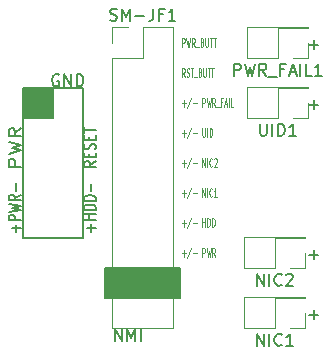
<source format=gbr>
%TF.GenerationSoftware,KiCad,Pcbnew,7.0.9-1.fc39*%
%TF.CreationDate,2023-12-29T10:13:10-08:00*%
%TF.ProjectId,supermicro-ATX-PCB,73757065-726d-4696-9372-6f2d4154582d,rev?*%
%TF.SameCoordinates,Original*%
%TF.FileFunction,Legend,Top*%
%TF.FilePolarity,Positive*%
%FSLAX46Y46*%
G04 Gerber Fmt 4.6, Leading zero omitted, Abs format (unit mm)*
G04 Created by KiCad (PCBNEW 7.0.9-1.fc39) date 2023-12-29 10:13:10*
%MOMM*%
%LPD*%
G01*
G04 APERTURE LIST*
%ADD10C,0.150000*%
%ADD11C,0.100000*%
%ADD12C,0.120000*%
G04 APERTURE END LIST*
D10*
X107315000Y-82550000D02*
X113665000Y-82550000D01*
X113665000Y-85090000D01*
X107315000Y-85090000D01*
X107315000Y-82550000D01*
G36*
X107315000Y-82550000D02*
G01*
X113665000Y-82550000D01*
X113665000Y-85090000D01*
X107315000Y-85090000D01*
X107315000Y-82550000D01*
G37*
X100330000Y-67310000D02*
X105410000Y-67310000D01*
X105410000Y-80010000D01*
X100330000Y-80010000D01*
X100330000Y-67310000D01*
X100330000Y-67310000D02*
X102870000Y-67310000D01*
X102870000Y-69850000D01*
X100330000Y-69850000D01*
X100330000Y-67310000D01*
G36*
X100330000Y-67310000D02*
G01*
X102870000Y-67310000D01*
X102870000Y-69850000D01*
X100330000Y-69850000D01*
X100330000Y-67310000D01*
G37*
X103378095Y-66227438D02*
X103282857Y-66179819D01*
X103282857Y-66179819D02*
X103140000Y-66179819D01*
X103140000Y-66179819D02*
X102997143Y-66227438D01*
X102997143Y-66227438D02*
X102901905Y-66322676D01*
X102901905Y-66322676D02*
X102854286Y-66417914D01*
X102854286Y-66417914D02*
X102806667Y-66608390D01*
X102806667Y-66608390D02*
X102806667Y-66751247D01*
X102806667Y-66751247D02*
X102854286Y-66941723D01*
X102854286Y-66941723D02*
X102901905Y-67036961D01*
X102901905Y-67036961D02*
X102997143Y-67132200D01*
X102997143Y-67132200D02*
X103140000Y-67179819D01*
X103140000Y-67179819D02*
X103235238Y-67179819D01*
X103235238Y-67179819D02*
X103378095Y-67132200D01*
X103378095Y-67132200D02*
X103425714Y-67084580D01*
X103425714Y-67084580D02*
X103425714Y-66751247D01*
X103425714Y-66751247D02*
X103235238Y-66751247D01*
X103854286Y-67179819D02*
X103854286Y-66179819D01*
X103854286Y-66179819D02*
X104425714Y-67179819D01*
X104425714Y-67179819D02*
X104425714Y-66179819D01*
X104901905Y-67179819D02*
X104901905Y-66179819D01*
X104901905Y-66179819D02*
X105140000Y-66179819D01*
X105140000Y-66179819D02*
X105282857Y-66227438D01*
X105282857Y-66227438D02*
X105378095Y-66322676D01*
X105378095Y-66322676D02*
X105425714Y-66417914D01*
X105425714Y-66417914D02*
X105473333Y-66608390D01*
X105473333Y-66608390D02*
X105473333Y-66751247D01*
X105473333Y-66751247D02*
X105425714Y-66941723D01*
X105425714Y-66941723D02*
X105378095Y-67036961D01*
X105378095Y-67036961D02*
X105282857Y-67132200D01*
X105282857Y-67132200D02*
X105140000Y-67179819D01*
X105140000Y-67179819D02*
X104901905Y-67179819D01*
D11*
X114054598Y-66358633D02*
X113921265Y-66025300D01*
X113826027Y-66358633D02*
X113826027Y-65658633D01*
X113826027Y-65658633D02*
X113978408Y-65658633D01*
X113978408Y-65658633D02*
X114016503Y-65691966D01*
X114016503Y-65691966D02*
X114035550Y-65725300D01*
X114035550Y-65725300D02*
X114054598Y-65791966D01*
X114054598Y-65791966D02*
X114054598Y-65891966D01*
X114054598Y-65891966D02*
X114035550Y-65958633D01*
X114035550Y-65958633D02*
X114016503Y-65991966D01*
X114016503Y-65991966D02*
X113978408Y-66025300D01*
X113978408Y-66025300D02*
X113826027Y-66025300D01*
X114206979Y-66325300D02*
X114264122Y-66358633D01*
X114264122Y-66358633D02*
X114359360Y-66358633D01*
X114359360Y-66358633D02*
X114397455Y-66325300D01*
X114397455Y-66325300D02*
X114416503Y-66291966D01*
X114416503Y-66291966D02*
X114435550Y-66225300D01*
X114435550Y-66225300D02*
X114435550Y-66158633D01*
X114435550Y-66158633D02*
X114416503Y-66091966D01*
X114416503Y-66091966D02*
X114397455Y-66058633D01*
X114397455Y-66058633D02*
X114359360Y-66025300D01*
X114359360Y-66025300D02*
X114283169Y-65991966D01*
X114283169Y-65991966D02*
X114245074Y-65958633D01*
X114245074Y-65958633D02*
X114226027Y-65925300D01*
X114226027Y-65925300D02*
X114206979Y-65858633D01*
X114206979Y-65858633D02*
X114206979Y-65791966D01*
X114206979Y-65791966D02*
X114226027Y-65725300D01*
X114226027Y-65725300D02*
X114245074Y-65691966D01*
X114245074Y-65691966D02*
X114283169Y-65658633D01*
X114283169Y-65658633D02*
X114378408Y-65658633D01*
X114378408Y-65658633D02*
X114435550Y-65691966D01*
X114549836Y-65658633D02*
X114778407Y-65658633D01*
X114664121Y-66358633D02*
X114664121Y-65658633D01*
X114816503Y-66425300D02*
X115121264Y-66425300D01*
X115349836Y-65991966D02*
X115406979Y-66025300D01*
X115406979Y-66025300D02*
X115426026Y-66058633D01*
X115426026Y-66058633D02*
X115445074Y-66125300D01*
X115445074Y-66125300D02*
X115445074Y-66225300D01*
X115445074Y-66225300D02*
X115426026Y-66291966D01*
X115426026Y-66291966D02*
X115406979Y-66325300D01*
X115406979Y-66325300D02*
X115368884Y-66358633D01*
X115368884Y-66358633D02*
X115216503Y-66358633D01*
X115216503Y-66358633D02*
X115216503Y-65658633D01*
X115216503Y-65658633D02*
X115349836Y-65658633D01*
X115349836Y-65658633D02*
X115387931Y-65691966D01*
X115387931Y-65691966D02*
X115406979Y-65725300D01*
X115406979Y-65725300D02*
X115426026Y-65791966D01*
X115426026Y-65791966D02*
X115426026Y-65858633D01*
X115426026Y-65858633D02*
X115406979Y-65925300D01*
X115406979Y-65925300D02*
X115387931Y-65958633D01*
X115387931Y-65958633D02*
X115349836Y-65991966D01*
X115349836Y-65991966D02*
X115216503Y-65991966D01*
X115616503Y-65658633D02*
X115616503Y-66225300D01*
X115616503Y-66225300D02*
X115635550Y-66291966D01*
X115635550Y-66291966D02*
X115654598Y-66325300D01*
X115654598Y-66325300D02*
X115692693Y-66358633D01*
X115692693Y-66358633D02*
X115768884Y-66358633D01*
X115768884Y-66358633D02*
X115806979Y-66325300D01*
X115806979Y-66325300D02*
X115826026Y-66291966D01*
X115826026Y-66291966D02*
X115845074Y-66225300D01*
X115845074Y-66225300D02*
X115845074Y-65658633D01*
X115978408Y-65658633D02*
X116206979Y-65658633D01*
X116092693Y-66358633D02*
X116092693Y-65658633D01*
X116283170Y-65658633D02*
X116511741Y-65658633D01*
X116397455Y-66358633D02*
X116397455Y-65658633D01*
D10*
X108124762Y-88769819D02*
X108124762Y-87769819D01*
X108124762Y-87769819D02*
X108696190Y-88769819D01*
X108696190Y-88769819D02*
X108696190Y-87769819D01*
X109172381Y-88769819D02*
X109172381Y-87769819D01*
X109172381Y-87769819D02*
X109505714Y-88484104D01*
X109505714Y-88484104D02*
X109839047Y-87769819D01*
X109839047Y-87769819D02*
X109839047Y-88769819D01*
X110315238Y-88769819D02*
X110315238Y-87769819D01*
X106118866Y-79489046D02*
X106118866Y-78879523D01*
X106499819Y-79184284D02*
X105737914Y-79184284D01*
X106499819Y-78498570D02*
X105499819Y-78498570D01*
X105976009Y-78498570D02*
X105976009Y-78041427D01*
X106499819Y-78041427D02*
X105499819Y-78041427D01*
X106499819Y-77660475D02*
X105499819Y-77660475D01*
X105499819Y-77660475D02*
X105499819Y-77469999D01*
X105499819Y-77469999D02*
X105547438Y-77355713D01*
X105547438Y-77355713D02*
X105642676Y-77279523D01*
X105642676Y-77279523D02*
X105737914Y-77241428D01*
X105737914Y-77241428D02*
X105928390Y-77203332D01*
X105928390Y-77203332D02*
X106071247Y-77203332D01*
X106071247Y-77203332D02*
X106261723Y-77241428D01*
X106261723Y-77241428D02*
X106356961Y-77279523D01*
X106356961Y-77279523D02*
X106452200Y-77355713D01*
X106452200Y-77355713D02*
X106499819Y-77469999D01*
X106499819Y-77469999D02*
X106499819Y-77660475D01*
X106499819Y-76860475D02*
X105499819Y-76860475D01*
X105499819Y-76860475D02*
X105499819Y-76669999D01*
X105499819Y-76669999D02*
X105547438Y-76555713D01*
X105547438Y-76555713D02*
X105642676Y-76479523D01*
X105642676Y-76479523D02*
X105737914Y-76441428D01*
X105737914Y-76441428D02*
X105928390Y-76403332D01*
X105928390Y-76403332D02*
X106071247Y-76403332D01*
X106071247Y-76403332D02*
X106261723Y-76441428D01*
X106261723Y-76441428D02*
X106356961Y-76479523D01*
X106356961Y-76479523D02*
X106452200Y-76555713D01*
X106452200Y-76555713D02*
X106499819Y-76669999D01*
X106499819Y-76669999D02*
X106499819Y-76860475D01*
X106118866Y-76060475D02*
X106118866Y-75450952D01*
D11*
X113826027Y-76251966D02*
X114130789Y-76251966D01*
X113978408Y-76518633D02*
X113978408Y-75985300D01*
X114606979Y-75785300D02*
X114264122Y-76685300D01*
X114740313Y-76251966D02*
X115045075Y-76251966D01*
X115540313Y-76518633D02*
X115540313Y-75818633D01*
X115540313Y-75818633D02*
X115768884Y-76518633D01*
X115768884Y-76518633D02*
X115768884Y-75818633D01*
X115959361Y-76518633D02*
X115959361Y-75818633D01*
X116378408Y-76451966D02*
X116359360Y-76485300D01*
X116359360Y-76485300D02*
X116302218Y-76518633D01*
X116302218Y-76518633D02*
X116264122Y-76518633D01*
X116264122Y-76518633D02*
X116206979Y-76485300D01*
X116206979Y-76485300D02*
X116168884Y-76418633D01*
X116168884Y-76418633D02*
X116149837Y-76351966D01*
X116149837Y-76351966D02*
X116130789Y-76218633D01*
X116130789Y-76218633D02*
X116130789Y-76118633D01*
X116130789Y-76118633D02*
X116149837Y-75985300D01*
X116149837Y-75985300D02*
X116168884Y-75918633D01*
X116168884Y-75918633D02*
X116206979Y-75851966D01*
X116206979Y-75851966D02*
X116264122Y-75818633D01*
X116264122Y-75818633D02*
X116302218Y-75818633D01*
X116302218Y-75818633D02*
X116359360Y-75851966D01*
X116359360Y-75851966D02*
X116378408Y-75885300D01*
X116759360Y-76518633D02*
X116530789Y-76518633D01*
X116645075Y-76518633D02*
X116645075Y-75818633D01*
X116645075Y-75818633D02*
X116606979Y-75918633D01*
X116606979Y-75918633D02*
X116568884Y-75985300D01*
X116568884Y-75985300D02*
X116530789Y-76018633D01*
X113826027Y-73711966D02*
X114130789Y-73711966D01*
X113978408Y-73978633D02*
X113978408Y-73445300D01*
X114606979Y-73245300D02*
X114264122Y-74145300D01*
X114740313Y-73711966D02*
X115045075Y-73711966D01*
X115540313Y-73978633D02*
X115540313Y-73278633D01*
X115540313Y-73278633D02*
X115768884Y-73978633D01*
X115768884Y-73978633D02*
X115768884Y-73278633D01*
X115959361Y-73978633D02*
X115959361Y-73278633D01*
X116378408Y-73911966D02*
X116359360Y-73945300D01*
X116359360Y-73945300D02*
X116302218Y-73978633D01*
X116302218Y-73978633D02*
X116264122Y-73978633D01*
X116264122Y-73978633D02*
X116206979Y-73945300D01*
X116206979Y-73945300D02*
X116168884Y-73878633D01*
X116168884Y-73878633D02*
X116149837Y-73811966D01*
X116149837Y-73811966D02*
X116130789Y-73678633D01*
X116130789Y-73678633D02*
X116130789Y-73578633D01*
X116130789Y-73578633D02*
X116149837Y-73445300D01*
X116149837Y-73445300D02*
X116168884Y-73378633D01*
X116168884Y-73378633D02*
X116206979Y-73311966D01*
X116206979Y-73311966D02*
X116264122Y-73278633D01*
X116264122Y-73278633D02*
X116302218Y-73278633D01*
X116302218Y-73278633D02*
X116359360Y-73311966D01*
X116359360Y-73311966D02*
X116378408Y-73345300D01*
X116530789Y-73345300D02*
X116549837Y-73311966D01*
X116549837Y-73311966D02*
X116587932Y-73278633D01*
X116587932Y-73278633D02*
X116683170Y-73278633D01*
X116683170Y-73278633D02*
X116721265Y-73311966D01*
X116721265Y-73311966D02*
X116740313Y-73345300D01*
X116740313Y-73345300D02*
X116759360Y-73411966D01*
X116759360Y-73411966D02*
X116759360Y-73478633D01*
X116759360Y-73478633D02*
X116740313Y-73578633D01*
X116740313Y-73578633D02*
X116511741Y-73978633D01*
X116511741Y-73978633D02*
X116759360Y-73978633D01*
D10*
X124602779Y-81433866D02*
X125364684Y-81433866D01*
X124983731Y-81814819D02*
X124983731Y-81052914D01*
X124602779Y-86513866D02*
X125364684Y-86513866D01*
X124983731Y-86894819D02*
X124983731Y-86132914D01*
D11*
X113826027Y-71171966D02*
X114130789Y-71171966D01*
X113978408Y-71438633D02*
X113978408Y-70905300D01*
X114606979Y-70705300D02*
X114264122Y-71605300D01*
X114740313Y-71171966D02*
X115045075Y-71171966D01*
X115540313Y-70738633D02*
X115540313Y-71305300D01*
X115540313Y-71305300D02*
X115559360Y-71371966D01*
X115559360Y-71371966D02*
X115578408Y-71405300D01*
X115578408Y-71405300D02*
X115616503Y-71438633D01*
X115616503Y-71438633D02*
X115692694Y-71438633D01*
X115692694Y-71438633D02*
X115730789Y-71405300D01*
X115730789Y-71405300D02*
X115749836Y-71371966D01*
X115749836Y-71371966D02*
X115768884Y-71305300D01*
X115768884Y-71305300D02*
X115768884Y-70738633D01*
X115959361Y-71438633D02*
X115959361Y-70738633D01*
X116149837Y-71438633D02*
X116149837Y-70738633D01*
X116149837Y-70738633D02*
X116245075Y-70738633D01*
X116245075Y-70738633D02*
X116302218Y-70771966D01*
X116302218Y-70771966D02*
X116340313Y-70838633D01*
X116340313Y-70838633D02*
X116359360Y-70905300D01*
X116359360Y-70905300D02*
X116378408Y-71038633D01*
X116378408Y-71038633D02*
X116378408Y-71138633D01*
X116378408Y-71138633D02*
X116359360Y-71271966D01*
X116359360Y-71271966D02*
X116340313Y-71338633D01*
X116340313Y-71338633D02*
X116302218Y-71405300D01*
X116302218Y-71405300D02*
X116245075Y-71438633D01*
X116245075Y-71438633D02*
X116149837Y-71438633D01*
X113826027Y-81331966D02*
X114130789Y-81331966D01*
X113978408Y-81598633D02*
X113978408Y-81065300D01*
X114606979Y-80865300D02*
X114264122Y-81765300D01*
X114740313Y-81331966D02*
X115045075Y-81331966D01*
X115540313Y-81598633D02*
X115540313Y-80898633D01*
X115540313Y-80898633D02*
X115692694Y-80898633D01*
X115692694Y-80898633D02*
X115730789Y-80931966D01*
X115730789Y-80931966D02*
X115749836Y-80965300D01*
X115749836Y-80965300D02*
X115768884Y-81031966D01*
X115768884Y-81031966D02*
X115768884Y-81131966D01*
X115768884Y-81131966D02*
X115749836Y-81198633D01*
X115749836Y-81198633D02*
X115730789Y-81231966D01*
X115730789Y-81231966D02*
X115692694Y-81265300D01*
X115692694Y-81265300D02*
X115540313Y-81265300D01*
X115902217Y-80898633D02*
X115997455Y-81598633D01*
X115997455Y-81598633D02*
X116073646Y-81098633D01*
X116073646Y-81098633D02*
X116149836Y-81598633D01*
X116149836Y-81598633D02*
X116245075Y-80898633D01*
X116626027Y-81598633D02*
X116492694Y-81265300D01*
X116397456Y-81598633D02*
X116397456Y-80898633D01*
X116397456Y-80898633D02*
X116549837Y-80898633D01*
X116549837Y-80898633D02*
X116587932Y-80931966D01*
X116587932Y-80931966D02*
X116606979Y-80965300D01*
X116606979Y-80965300D02*
X116626027Y-81031966D01*
X116626027Y-81031966D02*
X116626027Y-81131966D01*
X116626027Y-81131966D02*
X116606979Y-81198633D01*
X116606979Y-81198633D02*
X116587932Y-81231966D01*
X116587932Y-81231966D02*
X116549837Y-81265300D01*
X116549837Y-81265300D02*
X116397456Y-81265300D01*
D10*
X124602779Y-68733866D02*
X125364684Y-68733866D01*
X124983731Y-69114819D02*
X124983731Y-68352914D01*
X100149819Y-73989999D02*
X99149819Y-73989999D01*
X99149819Y-73989999D02*
X99149819Y-73532856D01*
X99149819Y-73532856D02*
X99197438Y-73418571D01*
X99197438Y-73418571D02*
X99245057Y-73361428D01*
X99245057Y-73361428D02*
X99340295Y-73304285D01*
X99340295Y-73304285D02*
X99483152Y-73304285D01*
X99483152Y-73304285D02*
X99578390Y-73361428D01*
X99578390Y-73361428D02*
X99626009Y-73418571D01*
X99626009Y-73418571D02*
X99673628Y-73532856D01*
X99673628Y-73532856D02*
X99673628Y-73989999D01*
X99149819Y-72904285D02*
X100149819Y-72618571D01*
X100149819Y-72618571D02*
X99435533Y-72389999D01*
X99435533Y-72389999D02*
X100149819Y-72161428D01*
X100149819Y-72161428D02*
X99149819Y-71875714D01*
X100149819Y-70732856D02*
X99673628Y-71132856D01*
X100149819Y-71418570D02*
X99149819Y-71418570D01*
X99149819Y-71418570D02*
X99149819Y-70961427D01*
X99149819Y-70961427D02*
X99197438Y-70847142D01*
X99197438Y-70847142D02*
X99245057Y-70789999D01*
X99245057Y-70789999D02*
X99340295Y-70732856D01*
X99340295Y-70732856D02*
X99483152Y-70732856D01*
X99483152Y-70732856D02*
X99578390Y-70789999D01*
X99578390Y-70789999D02*
X99626009Y-70847142D01*
X99626009Y-70847142D02*
X99673628Y-70961427D01*
X99673628Y-70961427D02*
X99673628Y-71418570D01*
X106499819Y-73551904D02*
X106023628Y-73818571D01*
X106499819Y-74009047D02*
X105499819Y-74009047D01*
X105499819Y-74009047D02*
X105499819Y-73704285D01*
X105499819Y-73704285D02*
X105547438Y-73628095D01*
X105547438Y-73628095D02*
X105595057Y-73590000D01*
X105595057Y-73590000D02*
X105690295Y-73551904D01*
X105690295Y-73551904D02*
X105833152Y-73551904D01*
X105833152Y-73551904D02*
X105928390Y-73590000D01*
X105928390Y-73590000D02*
X105976009Y-73628095D01*
X105976009Y-73628095D02*
X106023628Y-73704285D01*
X106023628Y-73704285D02*
X106023628Y-74009047D01*
X105976009Y-73209047D02*
X105976009Y-72942381D01*
X106499819Y-72828095D02*
X106499819Y-73209047D01*
X106499819Y-73209047D02*
X105499819Y-73209047D01*
X105499819Y-73209047D02*
X105499819Y-72828095D01*
X106452200Y-72523333D02*
X106499819Y-72409047D01*
X106499819Y-72409047D02*
X106499819Y-72218571D01*
X106499819Y-72218571D02*
X106452200Y-72142380D01*
X106452200Y-72142380D02*
X106404580Y-72104285D01*
X106404580Y-72104285D02*
X106309342Y-72066190D01*
X106309342Y-72066190D02*
X106214104Y-72066190D01*
X106214104Y-72066190D02*
X106118866Y-72104285D01*
X106118866Y-72104285D02*
X106071247Y-72142380D01*
X106071247Y-72142380D02*
X106023628Y-72218571D01*
X106023628Y-72218571D02*
X105976009Y-72370952D01*
X105976009Y-72370952D02*
X105928390Y-72447142D01*
X105928390Y-72447142D02*
X105880771Y-72485237D01*
X105880771Y-72485237D02*
X105785533Y-72523333D01*
X105785533Y-72523333D02*
X105690295Y-72523333D01*
X105690295Y-72523333D02*
X105595057Y-72485237D01*
X105595057Y-72485237D02*
X105547438Y-72447142D01*
X105547438Y-72447142D02*
X105499819Y-72370952D01*
X105499819Y-72370952D02*
X105499819Y-72180475D01*
X105499819Y-72180475D02*
X105547438Y-72066190D01*
X105976009Y-71723332D02*
X105976009Y-71456666D01*
X106499819Y-71342380D02*
X106499819Y-71723332D01*
X106499819Y-71723332D02*
X105499819Y-71723332D01*
X105499819Y-71723332D02*
X105499819Y-71342380D01*
X105499819Y-71113808D02*
X105499819Y-70656665D01*
X106499819Y-70885237D02*
X105499819Y-70885237D01*
D11*
X113826027Y-63818633D02*
X113826027Y-63118633D01*
X113826027Y-63118633D02*
X113978408Y-63118633D01*
X113978408Y-63118633D02*
X114016503Y-63151966D01*
X114016503Y-63151966D02*
X114035550Y-63185300D01*
X114035550Y-63185300D02*
X114054598Y-63251966D01*
X114054598Y-63251966D02*
X114054598Y-63351966D01*
X114054598Y-63351966D02*
X114035550Y-63418633D01*
X114035550Y-63418633D02*
X114016503Y-63451966D01*
X114016503Y-63451966D02*
X113978408Y-63485300D01*
X113978408Y-63485300D02*
X113826027Y-63485300D01*
X114187931Y-63118633D02*
X114283169Y-63818633D01*
X114283169Y-63818633D02*
X114359360Y-63318633D01*
X114359360Y-63318633D02*
X114435550Y-63818633D01*
X114435550Y-63818633D02*
X114530789Y-63118633D01*
X114911741Y-63818633D02*
X114778408Y-63485300D01*
X114683170Y-63818633D02*
X114683170Y-63118633D01*
X114683170Y-63118633D02*
X114835551Y-63118633D01*
X114835551Y-63118633D02*
X114873646Y-63151966D01*
X114873646Y-63151966D02*
X114892693Y-63185300D01*
X114892693Y-63185300D02*
X114911741Y-63251966D01*
X114911741Y-63251966D02*
X114911741Y-63351966D01*
X114911741Y-63351966D02*
X114892693Y-63418633D01*
X114892693Y-63418633D02*
X114873646Y-63451966D01*
X114873646Y-63451966D02*
X114835551Y-63485300D01*
X114835551Y-63485300D02*
X114683170Y-63485300D01*
X114987932Y-63885300D02*
X115292693Y-63885300D01*
X115521265Y-63451966D02*
X115578408Y-63485300D01*
X115578408Y-63485300D02*
X115597455Y-63518633D01*
X115597455Y-63518633D02*
X115616503Y-63585300D01*
X115616503Y-63585300D02*
X115616503Y-63685300D01*
X115616503Y-63685300D02*
X115597455Y-63751966D01*
X115597455Y-63751966D02*
X115578408Y-63785300D01*
X115578408Y-63785300D02*
X115540313Y-63818633D01*
X115540313Y-63818633D02*
X115387932Y-63818633D01*
X115387932Y-63818633D02*
X115387932Y-63118633D01*
X115387932Y-63118633D02*
X115521265Y-63118633D01*
X115521265Y-63118633D02*
X115559360Y-63151966D01*
X115559360Y-63151966D02*
X115578408Y-63185300D01*
X115578408Y-63185300D02*
X115597455Y-63251966D01*
X115597455Y-63251966D02*
X115597455Y-63318633D01*
X115597455Y-63318633D02*
X115578408Y-63385300D01*
X115578408Y-63385300D02*
X115559360Y-63418633D01*
X115559360Y-63418633D02*
X115521265Y-63451966D01*
X115521265Y-63451966D02*
X115387932Y-63451966D01*
X115787932Y-63118633D02*
X115787932Y-63685300D01*
X115787932Y-63685300D02*
X115806979Y-63751966D01*
X115806979Y-63751966D02*
X115826027Y-63785300D01*
X115826027Y-63785300D02*
X115864122Y-63818633D01*
X115864122Y-63818633D02*
X115940313Y-63818633D01*
X115940313Y-63818633D02*
X115978408Y-63785300D01*
X115978408Y-63785300D02*
X115997455Y-63751966D01*
X115997455Y-63751966D02*
X116016503Y-63685300D01*
X116016503Y-63685300D02*
X116016503Y-63118633D01*
X116149837Y-63118633D02*
X116378408Y-63118633D01*
X116264122Y-63818633D02*
X116264122Y-63118633D01*
X116454599Y-63118633D02*
X116683170Y-63118633D01*
X116568884Y-63818633D02*
X116568884Y-63118633D01*
D10*
X124602779Y-63653866D02*
X125364684Y-63653866D01*
X124983731Y-64034819D02*
X124983731Y-63272914D01*
X99768866Y-79527142D02*
X99768866Y-78917619D01*
X100149819Y-79222380D02*
X99387914Y-79222380D01*
X100149819Y-78536666D02*
X99149819Y-78536666D01*
X99149819Y-78536666D02*
X99149819Y-78231904D01*
X99149819Y-78231904D02*
X99197438Y-78155714D01*
X99197438Y-78155714D02*
X99245057Y-78117619D01*
X99245057Y-78117619D02*
X99340295Y-78079523D01*
X99340295Y-78079523D02*
X99483152Y-78079523D01*
X99483152Y-78079523D02*
X99578390Y-78117619D01*
X99578390Y-78117619D02*
X99626009Y-78155714D01*
X99626009Y-78155714D02*
X99673628Y-78231904D01*
X99673628Y-78231904D02*
X99673628Y-78536666D01*
X99149819Y-77812857D02*
X100149819Y-77622381D01*
X100149819Y-77622381D02*
X99435533Y-77470000D01*
X99435533Y-77470000D02*
X100149819Y-77317619D01*
X100149819Y-77317619D02*
X99149819Y-77127143D01*
X100149819Y-76365237D02*
X99673628Y-76631904D01*
X100149819Y-76822380D02*
X99149819Y-76822380D01*
X99149819Y-76822380D02*
X99149819Y-76517618D01*
X99149819Y-76517618D02*
X99197438Y-76441428D01*
X99197438Y-76441428D02*
X99245057Y-76403333D01*
X99245057Y-76403333D02*
X99340295Y-76365237D01*
X99340295Y-76365237D02*
X99483152Y-76365237D01*
X99483152Y-76365237D02*
X99578390Y-76403333D01*
X99578390Y-76403333D02*
X99626009Y-76441428D01*
X99626009Y-76441428D02*
X99673628Y-76517618D01*
X99673628Y-76517618D02*
X99673628Y-76822380D01*
X99768866Y-76022380D02*
X99768866Y-75412857D01*
D11*
X113826027Y-78791966D02*
X114130789Y-78791966D01*
X113978408Y-79058633D02*
X113978408Y-78525300D01*
X114606979Y-78325300D02*
X114264122Y-79225300D01*
X114740313Y-78791966D02*
X115045075Y-78791966D01*
X115540313Y-79058633D02*
X115540313Y-78358633D01*
X115540313Y-78691966D02*
X115768884Y-78691966D01*
X115768884Y-79058633D02*
X115768884Y-78358633D01*
X115959361Y-79058633D02*
X115959361Y-78358633D01*
X115959361Y-78358633D02*
X116054599Y-78358633D01*
X116054599Y-78358633D02*
X116111742Y-78391966D01*
X116111742Y-78391966D02*
X116149837Y-78458633D01*
X116149837Y-78458633D02*
X116168884Y-78525300D01*
X116168884Y-78525300D02*
X116187932Y-78658633D01*
X116187932Y-78658633D02*
X116187932Y-78758633D01*
X116187932Y-78758633D02*
X116168884Y-78891966D01*
X116168884Y-78891966D02*
X116149837Y-78958633D01*
X116149837Y-78958633D02*
X116111742Y-79025300D01*
X116111742Y-79025300D02*
X116054599Y-79058633D01*
X116054599Y-79058633D02*
X115959361Y-79058633D01*
X116359361Y-79058633D02*
X116359361Y-78358633D01*
X116359361Y-78358633D02*
X116454599Y-78358633D01*
X116454599Y-78358633D02*
X116511742Y-78391966D01*
X116511742Y-78391966D02*
X116549837Y-78458633D01*
X116549837Y-78458633D02*
X116568884Y-78525300D01*
X116568884Y-78525300D02*
X116587932Y-78658633D01*
X116587932Y-78658633D02*
X116587932Y-78758633D01*
X116587932Y-78758633D02*
X116568884Y-78891966D01*
X116568884Y-78891966D02*
X116549837Y-78958633D01*
X116549837Y-78958633D02*
X116511742Y-79025300D01*
X116511742Y-79025300D02*
X116454599Y-79058633D01*
X116454599Y-79058633D02*
X116359361Y-79058633D01*
X113826027Y-68631966D02*
X114130789Y-68631966D01*
X113978408Y-68898633D02*
X113978408Y-68365300D01*
X114606979Y-68165300D02*
X114264122Y-69065300D01*
X114740313Y-68631966D02*
X115045075Y-68631966D01*
X115540313Y-68898633D02*
X115540313Y-68198633D01*
X115540313Y-68198633D02*
X115692694Y-68198633D01*
X115692694Y-68198633D02*
X115730789Y-68231966D01*
X115730789Y-68231966D02*
X115749836Y-68265300D01*
X115749836Y-68265300D02*
X115768884Y-68331966D01*
X115768884Y-68331966D02*
X115768884Y-68431966D01*
X115768884Y-68431966D02*
X115749836Y-68498633D01*
X115749836Y-68498633D02*
X115730789Y-68531966D01*
X115730789Y-68531966D02*
X115692694Y-68565300D01*
X115692694Y-68565300D02*
X115540313Y-68565300D01*
X115902217Y-68198633D02*
X115997455Y-68898633D01*
X115997455Y-68898633D02*
X116073646Y-68398633D01*
X116073646Y-68398633D02*
X116149836Y-68898633D01*
X116149836Y-68898633D02*
X116245075Y-68198633D01*
X116626027Y-68898633D02*
X116492694Y-68565300D01*
X116397456Y-68898633D02*
X116397456Y-68198633D01*
X116397456Y-68198633D02*
X116549837Y-68198633D01*
X116549837Y-68198633D02*
X116587932Y-68231966D01*
X116587932Y-68231966D02*
X116606979Y-68265300D01*
X116606979Y-68265300D02*
X116626027Y-68331966D01*
X116626027Y-68331966D02*
X116626027Y-68431966D01*
X116626027Y-68431966D02*
X116606979Y-68498633D01*
X116606979Y-68498633D02*
X116587932Y-68531966D01*
X116587932Y-68531966D02*
X116549837Y-68565300D01*
X116549837Y-68565300D02*
X116397456Y-68565300D01*
X116702218Y-68965300D02*
X117006979Y-68965300D01*
X117235551Y-68531966D02*
X117102218Y-68531966D01*
X117102218Y-68898633D02*
X117102218Y-68198633D01*
X117102218Y-68198633D02*
X117292694Y-68198633D01*
X117426027Y-68698633D02*
X117616503Y-68698633D01*
X117387932Y-68898633D02*
X117521265Y-68198633D01*
X117521265Y-68198633D02*
X117654598Y-68898633D01*
X117787932Y-68898633D02*
X117787932Y-68198633D01*
X118168884Y-68898633D02*
X117978408Y-68898633D01*
X117978408Y-68898633D02*
X117978408Y-68198633D01*
D10*
X120420000Y-70364819D02*
X120420000Y-71174342D01*
X120420000Y-71174342D02*
X120467619Y-71269580D01*
X120467619Y-71269580D02*
X120515238Y-71317200D01*
X120515238Y-71317200D02*
X120610476Y-71364819D01*
X120610476Y-71364819D02*
X120800952Y-71364819D01*
X120800952Y-71364819D02*
X120896190Y-71317200D01*
X120896190Y-71317200D02*
X120943809Y-71269580D01*
X120943809Y-71269580D02*
X120991428Y-71174342D01*
X120991428Y-71174342D02*
X120991428Y-70364819D01*
X121467619Y-71364819D02*
X121467619Y-70364819D01*
X121943809Y-71364819D02*
X121943809Y-70364819D01*
X121943809Y-70364819D02*
X122181904Y-70364819D01*
X122181904Y-70364819D02*
X122324761Y-70412438D01*
X122324761Y-70412438D02*
X122419999Y-70507676D01*
X122419999Y-70507676D02*
X122467618Y-70602914D01*
X122467618Y-70602914D02*
X122515237Y-70793390D01*
X122515237Y-70793390D02*
X122515237Y-70936247D01*
X122515237Y-70936247D02*
X122467618Y-71126723D01*
X122467618Y-71126723D02*
X122419999Y-71221961D01*
X122419999Y-71221961D02*
X122324761Y-71317200D01*
X122324761Y-71317200D02*
X122181904Y-71364819D01*
X122181904Y-71364819D02*
X121943809Y-71364819D01*
X123467618Y-71364819D02*
X122896190Y-71364819D01*
X123181904Y-71364819D02*
X123181904Y-70364819D01*
X123181904Y-70364819D02*
X123086666Y-70507676D01*
X123086666Y-70507676D02*
X122991428Y-70602914D01*
X122991428Y-70602914D02*
X122896190Y-70650533D01*
X118229524Y-66284819D02*
X118229524Y-65284819D01*
X118229524Y-65284819D02*
X118610476Y-65284819D01*
X118610476Y-65284819D02*
X118705714Y-65332438D01*
X118705714Y-65332438D02*
X118753333Y-65380057D01*
X118753333Y-65380057D02*
X118800952Y-65475295D01*
X118800952Y-65475295D02*
X118800952Y-65618152D01*
X118800952Y-65618152D02*
X118753333Y-65713390D01*
X118753333Y-65713390D02*
X118705714Y-65761009D01*
X118705714Y-65761009D02*
X118610476Y-65808628D01*
X118610476Y-65808628D02*
X118229524Y-65808628D01*
X119134286Y-65284819D02*
X119372381Y-66284819D01*
X119372381Y-66284819D02*
X119562857Y-65570533D01*
X119562857Y-65570533D02*
X119753333Y-66284819D01*
X119753333Y-66284819D02*
X119991429Y-65284819D01*
X120943809Y-66284819D02*
X120610476Y-65808628D01*
X120372381Y-66284819D02*
X120372381Y-65284819D01*
X120372381Y-65284819D02*
X120753333Y-65284819D01*
X120753333Y-65284819D02*
X120848571Y-65332438D01*
X120848571Y-65332438D02*
X120896190Y-65380057D01*
X120896190Y-65380057D02*
X120943809Y-65475295D01*
X120943809Y-65475295D02*
X120943809Y-65618152D01*
X120943809Y-65618152D02*
X120896190Y-65713390D01*
X120896190Y-65713390D02*
X120848571Y-65761009D01*
X120848571Y-65761009D02*
X120753333Y-65808628D01*
X120753333Y-65808628D02*
X120372381Y-65808628D01*
X121134286Y-66380057D02*
X121896190Y-66380057D01*
X122467619Y-65761009D02*
X122134286Y-65761009D01*
X122134286Y-66284819D02*
X122134286Y-65284819D01*
X122134286Y-65284819D02*
X122610476Y-65284819D01*
X122943810Y-65999104D02*
X123420000Y-65999104D01*
X122848572Y-66284819D02*
X123181905Y-65284819D01*
X123181905Y-65284819D02*
X123515238Y-66284819D01*
X123848572Y-66284819D02*
X123848572Y-65284819D01*
X124800952Y-66284819D02*
X124324762Y-66284819D01*
X124324762Y-66284819D02*
X124324762Y-65284819D01*
X125658095Y-66284819D02*
X125086667Y-66284819D01*
X125372381Y-66284819D02*
X125372381Y-65284819D01*
X125372381Y-65284819D02*
X125277143Y-65427676D01*
X125277143Y-65427676D02*
X125181905Y-65522914D01*
X125181905Y-65522914D02*
X125086667Y-65570533D01*
X120166000Y-84064819D02*
X120166000Y-83064819D01*
X120166000Y-83064819D02*
X120737428Y-84064819D01*
X120737428Y-84064819D02*
X120737428Y-83064819D01*
X121213619Y-84064819D02*
X121213619Y-83064819D01*
X122261237Y-83969580D02*
X122213618Y-84017200D01*
X122213618Y-84017200D02*
X122070761Y-84064819D01*
X122070761Y-84064819D02*
X121975523Y-84064819D01*
X121975523Y-84064819D02*
X121832666Y-84017200D01*
X121832666Y-84017200D02*
X121737428Y-83921961D01*
X121737428Y-83921961D02*
X121689809Y-83826723D01*
X121689809Y-83826723D02*
X121642190Y-83636247D01*
X121642190Y-83636247D02*
X121642190Y-83493390D01*
X121642190Y-83493390D02*
X121689809Y-83302914D01*
X121689809Y-83302914D02*
X121737428Y-83207676D01*
X121737428Y-83207676D02*
X121832666Y-83112438D01*
X121832666Y-83112438D02*
X121975523Y-83064819D01*
X121975523Y-83064819D02*
X122070761Y-83064819D01*
X122070761Y-83064819D02*
X122213618Y-83112438D01*
X122213618Y-83112438D02*
X122261237Y-83160057D01*
X122642190Y-83160057D02*
X122689809Y-83112438D01*
X122689809Y-83112438D02*
X122785047Y-83064819D01*
X122785047Y-83064819D02*
X123023142Y-83064819D01*
X123023142Y-83064819D02*
X123118380Y-83112438D01*
X123118380Y-83112438D02*
X123165999Y-83160057D01*
X123165999Y-83160057D02*
X123213618Y-83255295D01*
X123213618Y-83255295D02*
X123213618Y-83350533D01*
X123213618Y-83350533D02*
X123165999Y-83493390D01*
X123165999Y-83493390D02*
X122594571Y-84064819D01*
X122594571Y-84064819D02*
X123213618Y-84064819D01*
X107728095Y-61577200D02*
X107870952Y-61624819D01*
X107870952Y-61624819D02*
X108109047Y-61624819D01*
X108109047Y-61624819D02*
X108204285Y-61577200D01*
X108204285Y-61577200D02*
X108251904Y-61529580D01*
X108251904Y-61529580D02*
X108299523Y-61434342D01*
X108299523Y-61434342D02*
X108299523Y-61339104D01*
X108299523Y-61339104D02*
X108251904Y-61243866D01*
X108251904Y-61243866D02*
X108204285Y-61196247D01*
X108204285Y-61196247D02*
X108109047Y-61148628D01*
X108109047Y-61148628D02*
X107918571Y-61101009D01*
X107918571Y-61101009D02*
X107823333Y-61053390D01*
X107823333Y-61053390D02*
X107775714Y-61005771D01*
X107775714Y-61005771D02*
X107728095Y-60910533D01*
X107728095Y-60910533D02*
X107728095Y-60815295D01*
X107728095Y-60815295D02*
X107775714Y-60720057D01*
X107775714Y-60720057D02*
X107823333Y-60672438D01*
X107823333Y-60672438D02*
X107918571Y-60624819D01*
X107918571Y-60624819D02*
X108156666Y-60624819D01*
X108156666Y-60624819D02*
X108299523Y-60672438D01*
X108728095Y-61624819D02*
X108728095Y-60624819D01*
X108728095Y-60624819D02*
X109061428Y-61339104D01*
X109061428Y-61339104D02*
X109394761Y-60624819D01*
X109394761Y-60624819D02*
X109394761Y-61624819D01*
X109870952Y-61243866D02*
X110632857Y-61243866D01*
X111394761Y-60624819D02*
X111394761Y-61339104D01*
X111394761Y-61339104D02*
X111347142Y-61481961D01*
X111347142Y-61481961D02*
X111251904Y-61577200D01*
X111251904Y-61577200D02*
X111109047Y-61624819D01*
X111109047Y-61624819D02*
X111013809Y-61624819D01*
X112204285Y-61101009D02*
X111870952Y-61101009D01*
X111870952Y-61624819D02*
X111870952Y-60624819D01*
X111870952Y-60624819D02*
X112347142Y-60624819D01*
X113251904Y-61624819D02*
X112680476Y-61624819D01*
X112966190Y-61624819D02*
X112966190Y-60624819D01*
X112966190Y-60624819D02*
X112870952Y-60767676D01*
X112870952Y-60767676D02*
X112775714Y-60862914D01*
X112775714Y-60862914D02*
X112680476Y-60910533D01*
X120166000Y-89144819D02*
X120166000Y-88144819D01*
X120166000Y-88144819D02*
X120737428Y-89144819D01*
X120737428Y-89144819D02*
X120737428Y-88144819D01*
X121213619Y-89144819D02*
X121213619Y-88144819D01*
X122261237Y-89049580D02*
X122213618Y-89097200D01*
X122213618Y-89097200D02*
X122070761Y-89144819D01*
X122070761Y-89144819D02*
X121975523Y-89144819D01*
X121975523Y-89144819D02*
X121832666Y-89097200D01*
X121832666Y-89097200D02*
X121737428Y-89001961D01*
X121737428Y-89001961D02*
X121689809Y-88906723D01*
X121689809Y-88906723D02*
X121642190Y-88716247D01*
X121642190Y-88716247D02*
X121642190Y-88573390D01*
X121642190Y-88573390D02*
X121689809Y-88382914D01*
X121689809Y-88382914D02*
X121737428Y-88287676D01*
X121737428Y-88287676D02*
X121832666Y-88192438D01*
X121832666Y-88192438D02*
X121975523Y-88144819D01*
X121975523Y-88144819D02*
X122070761Y-88144819D01*
X122070761Y-88144819D02*
X122213618Y-88192438D01*
X122213618Y-88192438D02*
X122261237Y-88240057D01*
X123213618Y-89144819D02*
X122642190Y-89144819D01*
X122927904Y-89144819D02*
X122927904Y-88144819D01*
X122927904Y-88144819D02*
X122832666Y-88287676D01*
X122832666Y-88287676D02*
X122737428Y-88382914D01*
X122737428Y-88382914D02*
X122642190Y-88430533D01*
D12*
%TO.C,UID1*%
X124520000Y-69910000D02*
X123190000Y-69910000D01*
X124520000Y-68580000D02*
X124520000Y-69910000D01*
X124520000Y-67310000D02*
X124520000Y-67250000D01*
X124520000Y-67310000D02*
X121920000Y-67310000D01*
X124520000Y-67250000D02*
X119320000Y-67250000D01*
X121920000Y-69910000D02*
X119320000Y-69910000D01*
X121920000Y-67310000D02*
X121920000Y-69910000D01*
X119320000Y-69910000D02*
X119320000Y-67250000D01*
%TO.C,PWR_FAIL1*%
X124520000Y-64830000D02*
X123190000Y-64830000D01*
X124520000Y-63500000D02*
X124520000Y-64830000D01*
X124520000Y-62230000D02*
X124520000Y-62170000D01*
X124520000Y-62230000D02*
X121920000Y-62230000D01*
X124520000Y-62170000D02*
X119320000Y-62170000D01*
X121920000Y-64830000D02*
X119320000Y-64830000D01*
X121920000Y-62230000D02*
X121920000Y-64830000D01*
X119320000Y-64830000D02*
X119320000Y-62170000D01*
%TO.C,NIC2*%
X124266000Y-82610000D02*
X122936000Y-82610000D01*
X124266000Y-81280000D02*
X124266000Y-82610000D01*
X124266000Y-80010000D02*
X124266000Y-79950000D01*
X124266000Y-80010000D02*
X121666000Y-80010000D01*
X124266000Y-79950000D02*
X119066000Y-79950000D01*
X121666000Y-82610000D02*
X119066000Y-82610000D01*
X121666000Y-80010000D02*
X121666000Y-82610000D01*
X119066000Y-82610000D02*
X119066000Y-79950000D01*
%TO.C,SM-JF1*%
X107890000Y-62170000D02*
X109220000Y-62170000D01*
X107890000Y-63500000D02*
X107890000Y-62170000D01*
X107890000Y-64770000D02*
X107890000Y-87690000D01*
X107890000Y-64770000D02*
X110490000Y-64770000D01*
X107890000Y-87690000D02*
X113090000Y-87690000D01*
X110490000Y-62170000D02*
X113090000Y-62170000D01*
X110490000Y-64770000D02*
X110490000Y-62170000D01*
X113090000Y-62170000D02*
X113090000Y-87690000D01*
%TO.C,NIC1*%
X124266000Y-87690000D02*
X122936000Y-87690000D01*
X124266000Y-86360000D02*
X124266000Y-87690000D01*
X124266000Y-85090000D02*
X124266000Y-85030000D01*
X124266000Y-85090000D02*
X121666000Y-85090000D01*
X124266000Y-85030000D02*
X119066000Y-85030000D01*
X121666000Y-87690000D02*
X119066000Y-87690000D01*
X121666000Y-85090000D02*
X121666000Y-87690000D01*
X119066000Y-87690000D02*
X119066000Y-85030000D01*
%TD*%
M02*

</source>
